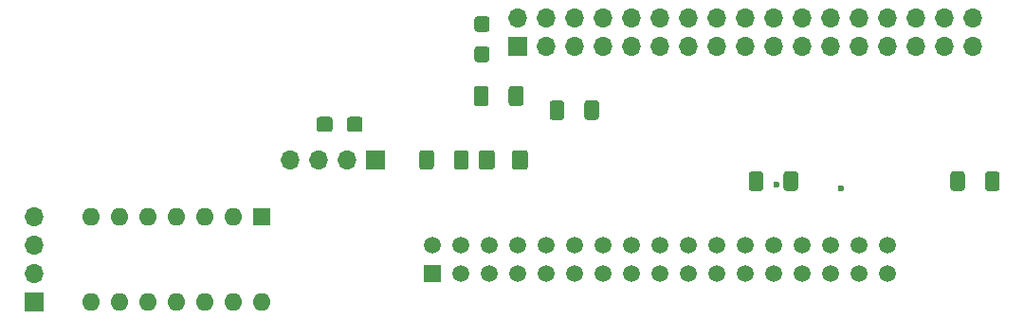
<source format=gts>
%TF.GenerationSoftware,KiCad,Pcbnew,5.1.9+dfsg1-1*%
%TF.CreationDate,2022-04-01T11:17:58+02:00*%
%TF.ProjectId,AmigaPCDriveAdapter,416d6967-6150-4434-9472-697665416461,2.0*%
%TF.SameCoordinates,Original*%
%TF.FileFunction,Soldermask,Top*%
%TF.FilePolarity,Negative*%
%FSLAX46Y46*%
G04 Gerber Fmt 4.6, Leading zero omitted, Abs format (unit mm)*
G04 Created by KiCad (PCBNEW 5.1.9+dfsg1-1) date 2022-04-01 11:17:58*
%MOMM*%
%LPD*%
G01*
G04 APERTURE LIST*
%ADD10O,1.600000X1.600000*%
%ADD11R,1.600000X1.600000*%
%ADD12O,1.700000X1.700000*%
%ADD13R,1.700000X1.700000*%
%ADD14C,1.520000*%
%ADD15R,1.520000X1.520000*%
%ADD16C,0.600000*%
G04 APERTURE END LIST*
G36*
G01*
X149672000Y-100845000D02*
X149672000Y-99595000D01*
G75*
G02*
X149922000Y-99345000I250000J0D01*
G01*
X150722000Y-99345000D01*
G75*
G02*
X150972000Y-99595000I0J-250000D01*
G01*
X150972000Y-100845000D01*
G75*
G02*
X150722000Y-101095000I-250000J0D01*
G01*
X149922000Y-101095000D01*
G75*
G02*
X149672000Y-100845000I0J250000D01*
G01*
G37*
G36*
G01*
X146572000Y-100845000D02*
X146572000Y-99595000D01*
G75*
G02*
X146822000Y-99345000I250000J0D01*
G01*
X147622000Y-99345000D01*
G75*
G02*
X147872000Y-99595000I0J-250000D01*
G01*
X147872000Y-100845000D01*
G75*
G02*
X147622000Y-101095000I-250000J0D01*
G01*
X146822000Y-101095000D01*
G75*
G02*
X146572000Y-100845000I0J250000D01*
G01*
G37*
G36*
G01*
X197098000Y-102750000D02*
X197098000Y-101500000D01*
G75*
G02*
X197348000Y-101250000I250000J0D01*
G01*
X198148000Y-101250000D01*
G75*
G02*
X198398000Y-101500000I0J-250000D01*
G01*
X198398000Y-102750000D01*
G75*
G02*
X198148000Y-103000000I-250000J0D01*
G01*
X197348000Y-103000000D01*
G75*
G02*
X197098000Y-102750000I0J250000D01*
G01*
G37*
G36*
G01*
X193998000Y-102750000D02*
X193998000Y-101500000D01*
G75*
G02*
X194248000Y-101250000I250000J0D01*
G01*
X195048000Y-101250000D01*
G75*
G02*
X195298000Y-101500000I0J-250000D01*
G01*
X195298000Y-102750000D01*
G75*
G02*
X195048000Y-103000000I-250000J0D01*
G01*
X194248000Y-103000000D01*
G75*
G02*
X193998000Y-102750000I0J250000D01*
G01*
G37*
G36*
G01*
X179100000Y-102750000D02*
X179100000Y-101500000D01*
G75*
G02*
X179350000Y-101250000I250000J0D01*
G01*
X180150000Y-101250000D01*
G75*
G02*
X180400000Y-101500000I0J-250000D01*
G01*
X180400000Y-102750000D01*
G75*
G02*
X180150000Y-103000000I-250000J0D01*
G01*
X179350000Y-103000000D01*
G75*
G02*
X179100000Y-102750000I0J250000D01*
G01*
G37*
G36*
G01*
X176000000Y-102750000D02*
X176000000Y-101500000D01*
G75*
G02*
X176250000Y-101250000I250000J0D01*
G01*
X177050000Y-101250000D01*
G75*
G02*
X177300000Y-101500000I0J-250000D01*
G01*
X177300000Y-102750000D01*
G75*
G02*
X177050000Y-103000000I-250000J0D01*
G01*
X176250000Y-103000000D01*
G75*
G02*
X176000000Y-102750000I0J250000D01*
G01*
G37*
G36*
G01*
X161320000Y-96400000D02*
X161320000Y-95150000D01*
G75*
G02*
X161570000Y-94900000I250000J0D01*
G01*
X162370000Y-94900000D01*
G75*
G02*
X162620000Y-95150000I0J-250000D01*
G01*
X162620000Y-96400000D01*
G75*
G02*
X162370000Y-96650000I-250000J0D01*
G01*
X161570000Y-96650000D01*
G75*
G02*
X161320000Y-96400000I0J250000D01*
G01*
G37*
G36*
G01*
X158220000Y-96400000D02*
X158220000Y-95150000D01*
G75*
G02*
X158470000Y-94900000I250000J0D01*
G01*
X159270000Y-94900000D01*
G75*
G02*
X159520000Y-95150000I0J-250000D01*
G01*
X159520000Y-96400000D01*
G75*
G02*
X159270000Y-96650000I-250000J0D01*
G01*
X158470000Y-96650000D01*
G75*
G02*
X158220000Y-96400000I0J250000D01*
G01*
G37*
G36*
G01*
X154552000Y-95155001D02*
X154552000Y-93854999D01*
G75*
G02*
X154801999Y-93605000I249999J0D01*
G01*
X155627001Y-93605000D01*
G75*
G02*
X155877000Y-93854999I0J-249999D01*
G01*
X155877000Y-95155001D01*
G75*
G02*
X155627001Y-95405000I-249999J0D01*
G01*
X154801999Y-95405000D01*
G75*
G02*
X154552000Y-95155001I0J249999D01*
G01*
G37*
G36*
G01*
X151427000Y-95155001D02*
X151427000Y-93854999D01*
G75*
G02*
X151676999Y-93605000I249999J0D01*
G01*
X152502001Y-93605000D01*
G75*
G02*
X152752000Y-93854999I0J-249999D01*
G01*
X152752000Y-95155001D01*
G75*
G02*
X152502001Y-95405000I-249999J0D01*
G01*
X151676999Y-95405000D01*
G75*
G02*
X151427000Y-95155001I0J249999D01*
G01*
G37*
D10*
X132480000Y-112920000D03*
X117240000Y-105300000D03*
X129940000Y-112920000D03*
X119780000Y-105300000D03*
X127400000Y-112920000D03*
X122320000Y-105300000D03*
X124860000Y-112920000D03*
X124860000Y-105300000D03*
X122320000Y-112920000D03*
X127400000Y-105300000D03*
X119780000Y-112920000D03*
X129940000Y-105300000D03*
X117240000Y-112920000D03*
D11*
X132480000Y-105300000D03*
G36*
G01*
X152590001Y-88775000D02*
X151739999Y-88775000D01*
G75*
G02*
X151490000Y-88525001I0J249999D01*
G01*
X151490000Y-87624999D01*
G75*
G02*
X151739999Y-87375000I249999J0D01*
G01*
X152590001Y-87375000D01*
G75*
G02*
X152840000Y-87624999I0J-249999D01*
G01*
X152840000Y-88525001D01*
G75*
G02*
X152590001Y-88775000I-249999J0D01*
G01*
G37*
G36*
G01*
X152590001Y-91475000D02*
X151739999Y-91475000D01*
G75*
G02*
X151490000Y-91225001I0J249999D01*
G01*
X151490000Y-90324999D01*
G75*
G02*
X151739999Y-90075000I249999J0D01*
G01*
X152590001Y-90075000D01*
G75*
G02*
X152840000Y-90324999I0J-249999D01*
G01*
X152840000Y-91225001D01*
G75*
G02*
X152590001Y-91475000I-249999J0D01*
G01*
G37*
G36*
G01*
X138815000Y-96619999D02*
X138815000Y-97470001D01*
G75*
G02*
X138565001Y-97720000I-249999J0D01*
G01*
X137664999Y-97720000D01*
G75*
G02*
X137415000Y-97470001I0J249999D01*
G01*
X137415000Y-96619999D01*
G75*
G02*
X137664999Y-96370000I249999J0D01*
G01*
X138565001Y-96370000D01*
G75*
G02*
X138815000Y-96619999I0J-249999D01*
G01*
G37*
G36*
G01*
X141515000Y-96619999D02*
X141515000Y-97470001D01*
G75*
G02*
X141265001Y-97720000I-249999J0D01*
G01*
X140364999Y-97720000D01*
G75*
G02*
X140115000Y-97470001I0J249999D01*
G01*
X140115000Y-96619999D01*
G75*
G02*
X140364999Y-96370000I249999J0D01*
G01*
X141265001Y-96370000D01*
G75*
G02*
X141515000Y-96619999I0J-249999D01*
G01*
G37*
G36*
G01*
X153295000Y-99595000D02*
X153295000Y-100845000D01*
G75*
G02*
X153045000Y-101095000I-250000J0D01*
G01*
X152120000Y-101095000D01*
G75*
G02*
X151870000Y-100845000I0J250000D01*
G01*
X151870000Y-99595000D01*
G75*
G02*
X152120000Y-99345000I250000J0D01*
G01*
X153045000Y-99345000D01*
G75*
G02*
X153295000Y-99595000I0J-250000D01*
G01*
G37*
G36*
G01*
X156270000Y-99595000D02*
X156270000Y-100845000D01*
G75*
G02*
X156020000Y-101095000I-250000J0D01*
G01*
X155095000Y-101095000D01*
G75*
G02*
X154845000Y-100845000I0J250000D01*
G01*
X154845000Y-99595000D01*
G75*
G02*
X155095000Y-99345000I250000J0D01*
G01*
X156020000Y-99345000D01*
G75*
G02*
X156270000Y-99595000I0J-250000D01*
G01*
G37*
D12*
X135020000Y-100220000D03*
X137560000Y-100220000D03*
X140100000Y-100220000D03*
D13*
X142640000Y-100220000D03*
D12*
X112160000Y-105300000D03*
X112160000Y-107840000D03*
X112160000Y-110380000D03*
D13*
X112160000Y-112920000D03*
D14*
X188360000Y-107840000D03*
X188360000Y-110380000D03*
X185820000Y-107840000D03*
X185820000Y-110380000D03*
X183280000Y-107840000D03*
X183280000Y-110380000D03*
X180740000Y-107840000D03*
X180740000Y-110380000D03*
X178200000Y-107840000D03*
X178200000Y-110380000D03*
X175660000Y-107840000D03*
X175660000Y-110380000D03*
X173120000Y-107840000D03*
X173120000Y-110380000D03*
X170580000Y-107840000D03*
X170580000Y-110380000D03*
X168040000Y-107840000D03*
X168040000Y-110380000D03*
X165500000Y-107840000D03*
X165500000Y-110380000D03*
X162960000Y-107840000D03*
X162960000Y-110380000D03*
X160420000Y-107840000D03*
X160420000Y-110380000D03*
X157880000Y-107840000D03*
X157880000Y-110380000D03*
X155340000Y-107840000D03*
X155340000Y-110380000D03*
X152800000Y-107840000D03*
X152800000Y-110380000D03*
X150260000Y-107840000D03*
X150260000Y-110380000D03*
X147720000Y-107840000D03*
D15*
X147720000Y-110380000D03*
D12*
X195980000Y-87520000D03*
X195980000Y-90060000D03*
X193440000Y-87520000D03*
X193440000Y-90060000D03*
X190900000Y-87520000D03*
X190900000Y-90060000D03*
X188360000Y-87520000D03*
X188360000Y-90060000D03*
X185820000Y-87520000D03*
X185820000Y-90060000D03*
X183280000Y-87520000D03*
X183280000Y-90060000D03*
X180740000Y-87520000D03*
X180740000Y-90060000D03*
X178200000Y-87520000D03*
X178200000Y-90060000D03*
X175660000Y-87520000D03*
X175660000Y-90060000D03*
X173120000Y-87520000D03*
X173120000Y-90060000D03*
X170580000Y-87520000D03*
X170580000Y-90060000D03*
X168040000Y-87520000D03*
X168040000Y-90060000D03*
X165500000Y-87520000D03*
X165500000Y-90060000D03*
X162960000Y-87520000D03*
X162960000Y-90060000D03*
X160420000Y-87520000D03*
X160420000Y-90060000D03*
X157880000Y-87520000D03*
X157880000Y-90060000D03*
X155340000Y-87520000D03*
D13*
X155340000Y-90060000D03*
D16*
X178471500Y-102409500D03*
X184260600Y-102770200D03*
M02*

</source>
